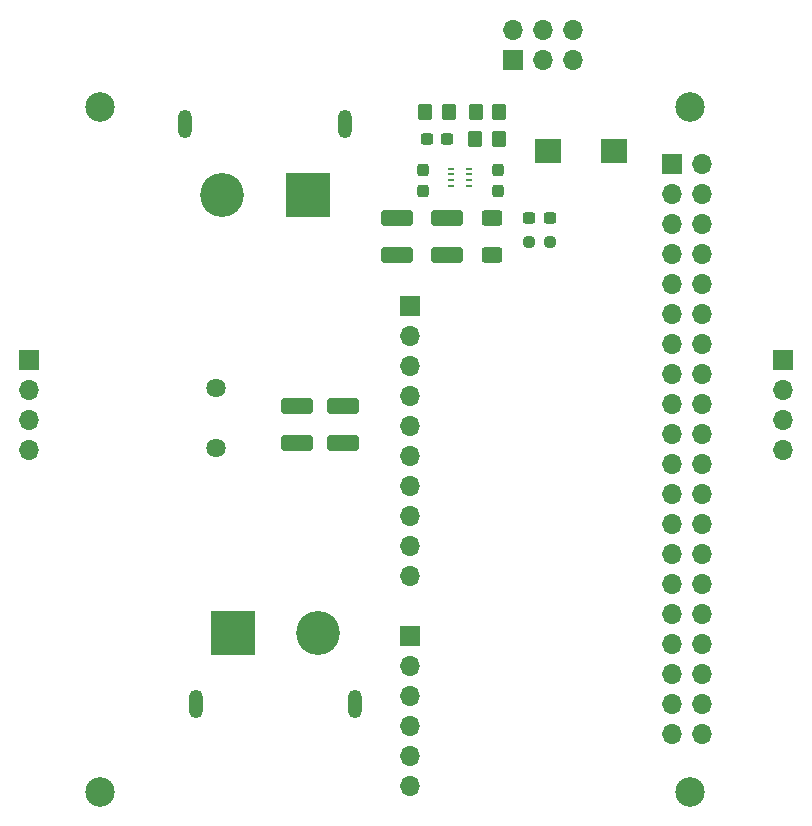
<source format=gbr>
%TF.GenerationSoftware,KiCad,Pcbnew,7.0.2-0*%
%TF.CreationDate,2024-02-16T15:53:17-05:00*%
%TF.ProjectId,Pi_HAT_V4,50695f48-4154-45f5-9634-2e6b69636164,rev?*%
%TF.SameCoordinates,Original*%
%TF.FileFunction,Soldermask,Bot*%
%TF.FilePolarity,Negative*%
%FSLAX46Y46*%
G04 Gerber Fmt 4.6, Leading zero omitted, Abs format (unit mm)*
G04 Created by KiCad (PCBNEW 7.0.2-0) date 2024-02-16 15:53:17*
%MOMM*%
%LPD*%
G01*
G04 APERTURE LIST*
G04 Aperture macros list*
%AMRoundRect*
0 Rectangle with rounded corners*
0 $1 Rounding radius*
0 $2 $3 $4 $5 $6 $7 $8 $9 X,Y pos of 4 corners*
0 Add a 4 corners polygon primitive as box body*
4,1,4,$2,$3,$4,$5,$6,$7,$8,$9,$2,$3,0*
0 Add four circle primitives for the rounded corners*
1,1,$1+$1,$2,$3*
1,1,$1+$1,$4,$5*
1,1,$1+$1,$6,$7*
1,1,$1+$1,$8,$9*
0 Add four rect primitives between the rounded corners*
20,1,$1+$1,$2,$3,$4,$5,0*
20,1,$1+$1,$4,$5,$6,$7,0*
20,1,$1+$1,$6,$7,$8,$9,0*
20,1,$1+$1,$8,$9,$2,$3,0*%
G04 Aperture macros list end*
%ADD10R,1.700000X1.700000*%
%ADD11O,1.700000X1.700000*%
%ADD12C,2.500000*%
%ADD13R,3.716000X3.716000*%
%ADD14C,3.716000*%
%ADD15O,1.200000X2.400000*%
%ADD16C,1.635000*%
%ADD17RoundRect,0.250000X-1.100000X0.412500X-1.100000X-0.412500X1.100000X-0.412500X1.100000X0.412500X0*%
%ADD18RoundRect,0.237500X-0.300000X-0.237500X0.300000X-0.237500X0.300000X0.237500X-0.300000X0.237500X0*%
%ADD19RoundRect,0.237500X-0.237500X0.300000X-0.237500X-0.300000X0.237500X-0.300000X0.237500X0.300000X0*%
%ADD20RoundRect,0.250000X1.100000X-0.412500X1.100000X0.412500X-1.100000X0.412500X-1.100000X-0.412500X0*%
%ADD21RoundRect,0.250000X0.625000X-0.400000X0.625000X0.400000X-0.625000X0.400000X-0.625000X-0.400000X0*%
%ADD22RoundRect,0.237500X0.300000X0.237500X-0.300000X0.237500X-0.300000X-0.237500X0.300000X-0.237500X0*%
%ADD23RoundRect,0.250000X0.350000X0.450000X-0.350000X0.450000X-0.350000X-0.450000X0.350000X-0.450000X0*%
%ADD24R,2.260600X2.108200*%
%ADD25RoundRect,0.250000X-0.350000X-0.450000X0.350000X-0.450000X0.350000X0.450000X-0.350000X0.450000X0*%
%ADD26R,0.609600X0.279400*%
%ADD27RoundRect,0.237500X-0.250000X-0.237500X0.250000X-0.237500X0.250000X0.237500X-0.250000X0.237500X0*%
G04 APERTURE END LIST*
D10*
%TO.C,J3*%
X137475000Y-70525000D03*
D11*
X137475000Y-67985000D03*
X140015000Y-70525000D03*
X140015000Y-67985000D03*
X142555000Y-70525000D03*
X142555000Y-67985000D03*
%TD*%
D12*
%TO.C,H1*%
X152500000Y-74500000D03*
%TD*%
%TO.C,H2*%
X102500000Y-74500000D03*
%TD*%
%TO.C,H3*%
X102500000Y-132500000D03*
%TD*%
D10*
%TO.C,J1*%
X128815000Y-91354200D03*
D11*
X128815000Y-93894200D03*
X128815000Y-96434200D03*
X128815000Y-98974200D03*
X128815000Y-101514200D03*
X128815000Y-104054200D03*
X128815000Y-106594200D03*
X128815000Y-109134200D03*
X128815000Y-111674200D03*
X128815000Y-114214200D03*
%TD*%
D12*
%TO.C,H4*%
X152500000Y-132500000D03*
%TD*%
D10*
%TO.C,J2*%
X151000000Y-79400000D03*
D11*
X153540000Y-79400000D03*
X151000000Y-81940000D03*
X153540000Y-81940000D03*
X151000000Y-84480000D03*
X153540000Y-84480000D03*
X151000000Y-87020000D03*
X153540000Y-87020000D03*
X151000000Y-89560000D03*
X153540000Y-89560000D03*
X151000000Y-92100000D03*
X153540000Y-92100000D03*
X151000000Y-94640000D03*
X153540000Y-94640000D03*
X151000000Y-97180000D03*
X153540000Y-97180000D03*
X151000000Y-99720000D03*
X153540000Y-99720000D03*
X151000000Y-102260000D03*
X153540000Y-102260000D03*
X151000000Y-104800000D03*
X153540000Y-104800000D03*
X151000000Y-107340000D03*
X153540000Y-107340000D03*
X151000000Y-109880000D03*
X153540000Y-109880000D03*
X151000000Y-112420000D03*
X153540000Y-112420000D03*
X151000000Y-114960000D03*
X153540000Y-114960000D03*
X151000000Y-117500000D03*
X153540000Y-117500000D03*
X151000000Y-120040000D03*
X153540000Y-120040000D03*
X151000000Y-122580000D03*
X153540000Y-122580000D03*
X151000000Y-125120000D03*
X153540000Y-125120000D03*
X151000000Y-127660000D03*
X153540000Y-127660000D03*
%TD*%
D10*
%TO.C,J4*%
X96550000Y-96000000D03*
D11*
X96550000Y-98540000D03*
X96550000Y-101080000D03*
X96550000Y-103620000D03*
%TD*%
D13*
%TO.C,J5*%
X120100000Y-82000000D03*
D14*
X112900000Y-82000000D03*
D15*
X123250000Y-76000000D03*
X109750000Y-76000000D03*
%TD*%
D13*
%TO.C,J8*%
X113800000Y-119100000D03*
D14*
X121000000Y-119100000D03*
D15*
X110650000Y-125100000D03*
X124150000Y-125100000D03*
%TD*%
D10*
%TO.C,J6*%
X160350000Y-96000000D03*
D11*
X160350000Y-98540000D03*
X160350000Y-101080000D03*
X160350000Y-103620000D03*
%TD*%
D16*
%TO.C,S1*%
X112318800Y-103378000D03*
X112318800Y-98298000D03*
%TD*%
D10*
%TO.C,J7*%
X128800000Y-119300000D03*
D11*
X128800000Y-121840000D03*
X128800000Y-124380000D03*
X128800000Y-126920000D03*
X128800000Y-129460000D03*
X128800000Y-132000000D03*
%TD*%
D17*
%TO.C,C7*%
X123139200Y-99822000D03*
X123139200Y-102947000D03*
%TD*%
D18*
%TO.C,C9*%
X130212500Y-77275000D03*
X131937500Y-77275000D03*
%TD*%
D19*
%TO.C,C3*%
X136250000Y-79887500D03*
X136250000Y-81612500D03*
%TD*%
D17*
%TO.C,C6*%
X119239200Y-99822000D03*
X119239200Y-102947000D03*
%TD*%
D20*
%TO.C,C1*%
X131900000Y-87037500D03*
X131900000Y-83912500D03*
%TD*%
%TO.C,C2*%
X127650000Y-87037500D03*
X127650000Y-83912500D03*
%TD*%
D21*
%TO.C,R2*%
X135750000Y-87050000D03*
X135750000Y-83950000D03*
%TD*%
D22*
%TO.C,C4*%
X140612500Y-83975000D03*
X138887500Y-83975000D03*
%TD*%
D23*
%TO.C,R5*%
X136300000Y-77275000D03*
X134300000Y-77275000D03*
%TD*%
D24*
%TO.C,L1*%
X140481400Y-78250000D03*
X146018600Y-78250000D03*
%TD*%
D25*
%TO.C,R14*%
X130050000Y-75000000D03*
X132050000Y-75000000D03*
%TD*%
D26*
%TO.C,U1*%
X133749300Y-79749999D03*
X133749300Y-80250000D03*
X133749300Y-80750000D03*
X133749300Y-81250001D03*
X132250700Y-81250001D03*
X132250700Y-80750000D03*
X132250700Y-80250000D03*
X132250700Y-79749999D03*
%TD*%
D19*
%TO.C,C8*%
X129875000Y-79887500D03*
X129875000Y-81612500D03*
%TD*%
D27*
%TO.C,R4*%
X138812500Y-86000000D03*
X140637500Y-86000000D03*
%TD*%
D23*
%TO.C,R3*%
X136325000Y-75000000D03*
X134325000Y-75000000D03*
%TD*%
M02*

</source>
